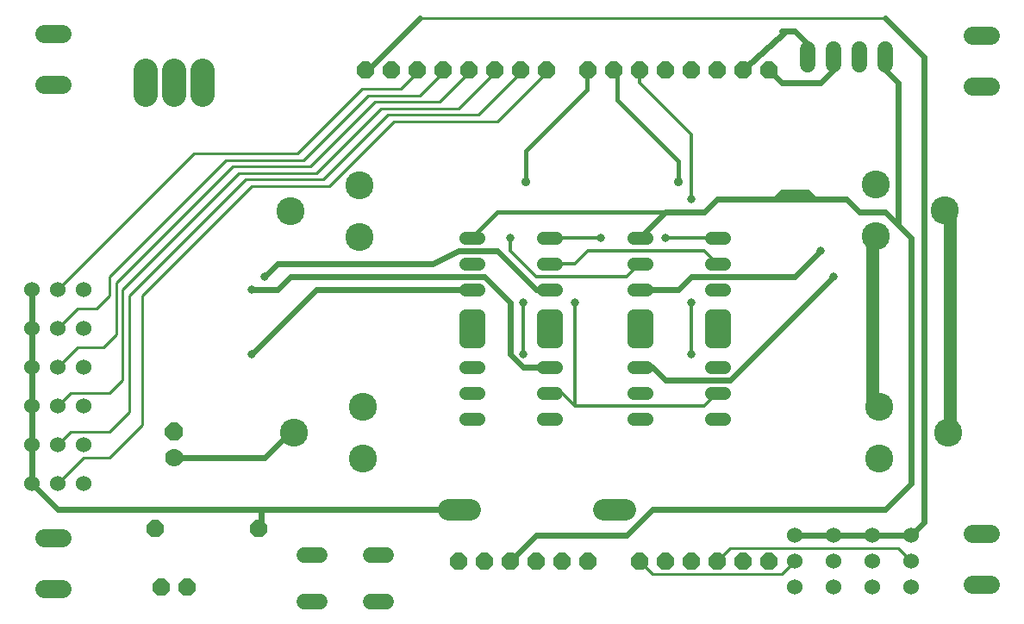
<source format=gtl>
G75*
%MOIN*%
%OFA0B0*%
%FSLAX25Y25*%
%IPPOS*%
%LPD*%
%AMOC8*
5,1,8,0,0,1.08239X$1,22.5*
%
%ADD10C,0.10800*%
%ADD11C,0.06000*%
%ADD12OC8,0.06600*%
%ADD13C,0.07050*%
%ADD14C,0.05150*%
%ADD15C,0.09449*%
%ADD16C,0.08250*%
%ADD17C,0.06000*%
%ADD18OC8,0.07000*%
%ADD19C,0.07000*%
%ADD20C,0.01000*%
%ADD21C,0.03169*%
%ADD22C,0.02400*%
%ADD23C,0.01200*%
%ADD24C,0.05000*%
%ADD25C,0.01600*%
%ADD26C,0.03562*%
D10*
X0113048Y0073987D03*
X0139615Y0063987D03*
X0139615Y0083987D03*
X0138215Y0149737D03*
X0111648Y0159737D03*
X0138215Y0169737D03*
X0338057Y0169816D03*
X0364624Y0159816D03*
X0338057Y0149816D03*
X0339457Y0084066D03*
X0366024Y0074066D03*
X0339457Y0064066D03*
D11*
X0148754Y0026478D02*
X0142754Y0026478D01*
X0123154Y0026478D02*
X0117154Y0026478D01*
X0117154Y0008678D02*
X0123154Y0008678D01*
X0142754Y0008678D02*
X0148754Y0008678D01*
X0311800Y0216320D02*
X0311800Y0222320D01*
X0321800Y0222320D02*
X0321800Y0216320D01*
X0331800Y0216320D02*
X0331800Y0222320D01*
X0341800Y0222320D02*
X0341800Y0216320D01*
D12*
X0296800Y0214320D03*
X0286800Y0214320D03*
X0276800Y0214320D03*
X0266800Y0214320D03*
X0256800Y0214320D03*
X0246800Y0214320D03*
X0236800Y0214320D03*
X0226800Y0214320D03*
X0210800Y0214320D03*
X0200800Y0214320D03*
X0190800Y0214320D03*
X0180800Y0214320D03*
X0170800Y0214320D03*
X0160800Y0214320D03*
X0150800Y0214320D03*
X0140800Y0214320D03*
X0099300Y0036820D03*
X0071800Y0014320D03*
X0061800Y0014320D03*
X0059300Y0036820D03*
X0176800Y0024320D03*
X0186800Y0024320D03*
X0196800Y0024320D03*
X0206800Y0024320D03*
X0216800Y0024320D03*
X0226800Y0024320D03*
X0246800Y0024320D03*
X0256800Y0024320D03*
X0266800Y0024320D03*
X0276800Y0024320D03*
X0286800Y0024320D03*
X0296800Y0024320D03*
D13*
X0023317Y0013631D02*
X0016267Y0013631D01*
X0016267Y0033316D02*
X0023317Y0033316D01*
X0023317Y0208631D02*
X0016267Y0208631D01*
X0016267Y0228316D02*
X0023317Y0228316D01*
X0375283Y0227509D02*
X0382333Y0227509D01*
X0382333Y0207824D02*
X0375283Y0207824D01*
X0375283Y0035009D02*
X0382333Y0035009D01*
X0382333Y0015324D02*
X0375283Y0015324D01*
D14*
X0279375Y0079320D02*
X0274225Y0079320D01*
X0274225Y0089320D02*
X0279375Y0089320D01*
X0279375Y0099320D02*
X0274225Y0099320D01*
X0274225Y0109320D02*
X0279375Y0109320D01*
X0279375Y0119320D02*
X0274225Y0119320D01*
X0274225Y0129320D02*
X0279375Y0129320D01*
X0279375Y0139320D02*
X0274225Y0139320D01*
X0274225Y0149320D02*
X0279375Y0149320D01*
X0249375Y0149320D02*
X0244225Y0149320D01*
X0244225Y0139320D02*
X0249375Y0139320D01*
X0249375Y0129320D02*
X0244225Y0129320D01*
X0244225Y0119320D02*
X0249375Y0119320D01*
X0249375Y0109320D02*
X0244225Y0109320D01*
X0244225Y0099320D02*
X0249375Y0099320D01*
X0249375Y0089320D02*
X0244225Y0089320D01*
X0244225Y0079320D02*
X0249375Y0079320D01*
X0214375Y0079320D02*
X0209225Y0079320D01*
X0209225Y0089320D02*
X0214375Y0089320D01*
X0214375Y0099320D02*
X0209225Y0099320D01*
X0209225Y0109320D02*
X0214375Y0109320D01*
X0214375Y0119320D02*
X0209225Y0119320D01*
X0209225Y0129320D02*
X0214375Y0129320D01*
X0214375Y0139320D02*
X0209225Y0139320D01*
X0209225Y0149320D02*
X0214375Y0149320D01*
X0184375Y0149320D02*
X0179225Y0149320D01*
X0179225Y0139320D02*
X0184375Y0139320D01*
X0184375Y0129320D02*
X0179225Y0129320D01*
X0179225Y0119320D02*
X0184375Y0119320D01*
X0184375Y0109320D02*
X0179225Y0109320D01*
X0179225Y0099320D02*
X0184375Y0099320D01*
X0184375Y0089320D02*
X0179225Y0089320D01*
X0179225Y0079320D02*
X0184375Y0079320D01*
D15*
X0077800Y0204595D02*
X0077800Y0214044D01*
X0066800Y0214044D02*
X0066800Y0204595D01*
X0055800Y0204595D02*
X0055800Y0214044D01*
D16*
X0172675Y0044320D02*
X0180925Y0044320D01*
X0232675Y0044320D02*
X0240925Y0044320D01*
D17*
X0306800Y0034320D03*
X0321800Y0034320D03*
X0321800Y0024320D03*
X0306800Y0024320D03*
X0306800Y0014320D03*
X0321800Y0014320D03*
X0336800Y0014320D03*
X0351800Y0014320D03*
X0351800Y0024320D03*
X0351800Y0034320D03*
X0336800Y0034320D03*
X0336800Y0024320D03*
X0031800Y0054320D03*
X0021800Y0054320D03*
X0011800Y0054320D03*
X0011800Y0069320D03*
X0021800Y0069320D03*
X0031800Y0069320D03*
X0031800Y0084320D03*
X0021800Y0084320D03*
X0011800Y0084320D03*
X0011800Y0099320D03*
X0021800Y0099320D03*
X0031800Y0099320D03*
X0031800Y0114320D03*
X0021800Y0114320D03*
X0011800Y0114320D03*
X0011800Y0129320D03*
X0021800Y0129320D03*
X0031800Y0129320D03*
D18*
X0066800Y0074320D03*
D19*
X0066800Y0064320D03*
D20*
X0054300Y0076820D02*
X0041800Y0064320D01*
X0031800Y0064320D01*
X0021800Y0054320D01*
X0021800Y0069320D02*
X0026800Y0074320D01*
X0041800Y0074320D01*
X0049300Y0081820D01*
X0049300Y0126820D01*
X0094300Y0171820D01*
X0124300Y0171820D01*
X0149300Y0196820D01*
X0184300Y0196820D01*
X0201800Y0214320D01*
X0191800Y0214320D02*
X0176800Y0199320D01*
X0146800Y0199320D01*
X0121800Y0174320D01*
X0091800Y0174320D01*
X0046800Y0129320D01*
X0046800Y0094320D01*
X0041800Y0089320D01*
X0026800Y0089320D01*
X0021800Y0084320D01*
X0021800Y0099320D02*
X0029300Y0106820D01*
X0039300Y0106820D01*
X0044300Y0111820D01*
X0044300Y0131820D01*
X0089300Y0176820D01*
X0119300Y0176820D01*
X0144300Y0201820D01*
X0169300Y0201820D01*
X0181800Y0214320D01*
X0171800Y0214320D02*
X0161800Y0204320D01*
X0141800Y0204320D01*
X0116800Y0179320D01*
X0086800Y0179320D01*
X0041800Y0134320D01*
X0041800Y0126820D01*
X0036800Y0121820D01*
X0029300Y0121820D01*
X0021800Y0114320D01*
X0021800Y0129320D02*
X0074300Y0181820D01*
X0114300Y0181820D01*
X0139300Y0206820D01*
X0154300Y0206820D01*
X0161800Y0214320D01*
X0161800Y0234320D02*
X0341800Y0234320D01*
X0211800Y0214320D02*
X0191800Y0194320D01*
X0151800Y0194320D01*
X0126800Y0169320D01*
X0096800Y0169320D01*
X0054300Y0126820D01*
X0054300Y0076820D01*
X0246800Y0024320D02*
X0251800Y0019320D01*
X0301800Y0019320D01*
X0306800Y0024320D01*
X0281800Y0029320D02*
X0346800Y0029320D01*
X0351800Y0024320D01*
X0281800Y0029320D02*
X0276800Y0024320D01*
D21*
X0266800Y0104320D03*
X0266800Y0124320D03*
X0256800Y0149320D03*
X0266800Y0164320D03*
X0231800Y0149320D03*
X0196800Y0149320D03*
X0201800Y0124320D03*
X0221800Y0124320D03*
X0201800Y0104320D03*
X0101800Y0134320D03*
X0096800Y0129320D03*
X0096800Y0104320D03*
X0316800Y0144320D03*
X0321800Y0134320D03*
D22*
X0281800Y0094320D01*
X0256800Y0094320D01*
X0251800Y0099320D01*
X0246800Y0099320D01*
X0211800Y0099320D02*
X0201800Y0099320D01*
X0196800Y0104320D01*
X0196800Y0124320D01*
X0186800Y0134320D01*
X0111800Y0134320D01*
X0106800Y0129320D01*
X0096800Y0129320D01*
X0101800Y0134320D02*
X0106800Y0139320D01*
X0166800Y0139320D01*
X0176800Y0144320D01*
X0191800Y0144320D01*
X0206800Y0129320D01*
X0211800Y0129320D01*
X0181800Y0129320D02*
X0121800Y0129320D01*
X0096800Y0104320D01*
X0111800Y0074320D02*
X0101800Y0064320D01*
X0066052Y0064320D01*
X0099300Y0044320D02*
X0100225Y0043394D01*
X0100225Y0037233D01*
X0099300Y0044320D02*
X0021800Y0044320D01*
X0011800Y0054320D01*
X0011800Y0129320D01*
X0099300Y0044320D02*
X0176800Y0044320D01*
X0196800Y0024320D02*
X0206800Y0034320D01*
X0241800Y0034320D01*
X0251800Y0044320D01*
X0341800Y0044320D01*
X0351800Y0054320D01*
X0351800Y0149320D01*
X0346800Y0154320D01*
X0346800Y0209320D01*
X0341800Y0214320D01*
X0341800Y0219320D01*
X0356800Y0219320D02*
X0341800Y0234320D01*
X0356800Y0219320D02*
X0356800Y0039320D01*
X0351800Y0034320D01*
X0306800Y0034320D01*
X0261800Y0129320D02*
X0246800Y0129320D01*
X0261800Y0129320D02*
X0266800Y0134320D01*
X0306800Y0134320D01*
X0316800Y0144320D01*
X0331800Y0159320D02*
X0326800Y0164320D01*
X0314300Y0164320D01*
X0311800Y0164320D01*
X0309300Y0166820D01*
X0306800Y0164320D01*
X0304300Y0166820D01*
X0301800Y0164320D01*
X0299300Y0164320D01*
X0301800Y0166820D01*
X0304300Y0164320D01*
X0306800Y0164320D01*
X0311800Y0164320D01*
X0311800Y0166820D02*
X0309300Y0166820D01*
X0304300Y0166820D01*
X0301800Y0166820D01*
X0301800Y0164320D02*
X0304300Y0164320D01*
X0299300Y0164320D02*
X0276800Y0164320D01*
X0271800Y0159320D01*
X0256800Y0159320D01*
X0246800Y0149320D01*
X0311800Y0166820D02*
X0314300Y0164320D01*
X0331800Y0159320D02*
X0341800Y0159320D01*
X0346800Y0154320D01*
X0316800Y0209320D02*
X0301800Y0209320D01*
X0296800Y0214320D01*
X0286800Y0214320D02*
X0303296Y0229320D01*
X0301800Y0229320D02*
X0306800Y0229320D01*
X0311800Y0224320D01*
X0321800Y0214320D02*
X0316800Y0209320D01*
X0161800Y0234320D02*
X0141800Y0214320D01*
D23*
X0196800Y0149320D02*
X0196800Y0144320D01*
X0206800Y0134320D01*
X0241800Y0134320D01*
X0246800Y0139320D01*
X0256800Y0149320D02*
X0276800Y0149320D01*
X0271800Y0144320D02*
X0276800Y0139320D01*
X0271800Y0144320D02*
X0226800Y0144320D01*
X0221800Y0139320D01*
X0211800Y0139320D01*
X0211800Y0149320D02*
X0231800Y0149320D01*
X0266800Y0164320D02*
X0266800Y0189320D01*
X0246800Y0209320D01*
X0246800Y0214320D01*
X0266800Y0124320D02*
X0266800Y0104320D01*
X0276800Y0089320D02*
X0271800Y0084320D01*
X0221800Y0084320D01*
X0216800Y0089320D01*
X0211800Y0089320D01*
X0221800Y0084320D02*
X0221800Y0124320D01*
X0201800Y0124320D02*
X0201800Y0104320D01*
D24*
X0209300Y0109320D02*
X0209300Y0119320D01*
X0211800Y0119320D01*
X0211800Y0109320D01*
X0209300Y0109320D01*
X0211800Y0109320D02*
X0214300Y0109320D01*
X0214300Y0119320D01*
X0211800Y0119320D01*
X0184300Y0119320D02*
X0184300Y0109320D01*
X0181800Y0109320D01*
X0181800Y0119320D01*
X0184300Y0119320D01*
X0179300Y0119320D02*
X0179300Y0109320D01*
X0181800Y0109320D01*
X0244300Y0109320D02*
X0246800Y0109320D01*
X0246800Y0119320D01*
X0249300Y0119320D01*
X0249300Y0109320D01*
X0246800Y0109320D01*
X0244300Y0109320D02*
X0244300Y0119320D01*
X0274300Y0119320D02*
X0274300Y0109320D01*
X0279300Y0109320D01*
X0279300Y0119320D01*
X0274300Y0119320D01*
X0336800Y0149320D02*
X0336800Y0084320D01*
X0366800Y0074320D02*
X0366800Y0159320D01*
D25*
X0261643Y0171091D02*
X0261643Y0178965D01*
X0238020Y0202587D01*
X0238020Y0214398D01*
X0226209Y0214398D02*
X0226209Y0206524D01*
X0202587Y0182902D01*
X0202587Y0171091D01*
X0191800Y0159320D02*
X0181800Y0149320D01*
X0191800Y0159320D02*
X0256800Y0159320D01*
D26*
X0261643Y0171091D03*
X0202587Y0171091D03*
M02*

</source>
